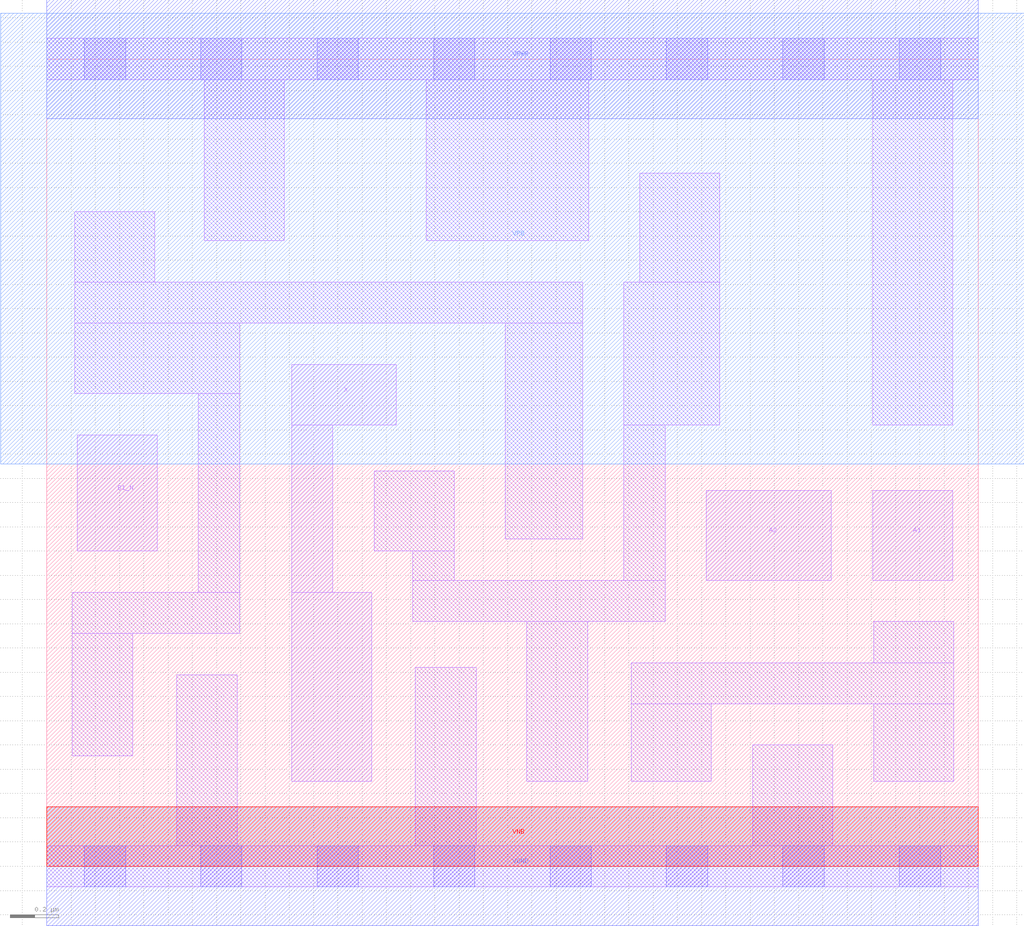
<source format=lef>
# Copyright 2020 The SkyWater PDK Authors
#
# Licensed under the Apache License, Version 2.0 (the "License");
# you may not use this file except in compliance with the License.
# You may obtain a copy of the License at
#
#     https://www.apache.org/licenses/LICENSE-2.0
#
# Unless required by applicable law or agreed to in writing, software
# distributed under the License is distributed on an "AS IS" BASIS,
# WITHOUT WARRANTIES OR CONDITIONS OF ANY KIND, either express or implied.
# See the License for the specific language governing permissions and
# limitations under the License.
#
# SPDX-License-Identifier: Apache-2.0

VERSION 5.7 ;
  NOWIREEXTENSIONATPIN ON ;
  DIVIDERCHAR "/" ;
  BUSBITCHARS "[]" ;
MACRO sky130_fd_sc_ms__o21ba_2
  CLASS CORE ;
  FOREIGN sky130_fd_sc_ms__o21ba_2 ;
  ORIGIN  0.000000  0.000000 ;
  SIZE  3.840000 BY  3.330000 ;
  SYMMETRY X Y ;
  SITE unit ;
  PIN A1
    ANTENNAGATEAREA  0.291000 ;
    DIRECTION INPUT ;
    USE SIGNAL ;
    PORT
      LAYER li1 ;
        RECT 3.405000 1.180000 3.735000 1.550000 ;
    END
  END A1
  PIN A2
    ANTENNAGATEAREA  0.291000 ;
    DIRECTION INPUT ;
    USE SIGNAL ;
    PORT
      LAYER li1 ;
        RECT 2.720000 1.180000 3.235000 1.550000 ;
    END
  END A2
  PIN B1_N
    ANTENNAGATEAREA  0.233700 ;
    DIRECTION INPUT ;
    USE SIGNAL ;
    PORT
      LAYER li1 ;
        RECT 0.125000 1.300000 0.455000 1.780000 ;
    END
  END B1_N
  PIN X
    ANTENNADIFFAREA  0.509600 ;
    DIRECTION OUTPUT ;
    USE SIGNAL ;
    PORT
      LAYER li1 ;
        RECT 1.010000 0.350000 1.340000 1.130000 ;
        RECT 1.010000 1.130000 1.180000 1.820000 ;
        RECT 1.010000 1.820000 1.440000 2.070000 ;
    END
  END X
  PIN VGND
    DIRECTION INOUT ;
    USE GROUND ;
    PORT
      LAYER met1 ;
        RECT 0.000000 -0.245000 3.840000 0.245000 ;
    END
  END VGND
  PIN VNB
    DIRECTION INOUT ;
    USE GROUND ;
    PORT
      LAYER pwell ;
        RECT 0.000000 0.000000 3.840000 0.245000 ;
    END
  END VNB
  PIN VPB
    DIRECTION INOUT ;
    USE POWER ;
    PORT
      LAYER nwell ;
        RECT -0.190000 1.660000 4.030000 3.520000 ;
    END
  END VPB
  PIN VPWR
    DIRECTION INOUT ;
    USE POWER ;
    PORT
      LAYER met1 ;
        RECT 0.000000 3.085000 3.840000 3.575000 ;
    END
  END VPWR
  OBS
    LAYER li1 ;
      RECT 0.000000 -0.085000 3.840000 0.085000 ;
      RECT 0.000000  3.245000 3.840000 3.415000 ;
      RECT 0.105000  0.455000 0.355000 0.960000 ;
      RECT 0.105000  0.960000 0.795000 1.130000 ;
      RECT 0.115000  1.950000 0.795000 2.240000 ;
      RECT 0.115000  2.240000 2.210000 2.410000 ;
      RECT 0.115000  2.410000 0.445000 2.700000 ;
      RECT 0.535000  0.085000 0.785000 0.790000 ;
      RECT 0.625000  1.130000 0.795000 1.950000 ;
      RECT 0.650000  2.580000 0.980000 3.245000 ;
      RECT 1.350000  1.300000 1.680000 1.630000 ;
      RECT 1.510000  1.010000 2.550000 1.180000 ;
      RECT 1.510000  1.180000 1.680000 1.300000 ;
      RECT 1.520000  0.085000 1.770000 0.820000 ;
      RECT 1.565000  2.580000 2.235000 3.245000 ;
      RECT 1.890000  1.350000 2.210000 2.240000 ;
      RECT 1.980000  0.350000 2.230000 1.010000 ;
      RECT 2.380000  1.180000 2.550000 1.820000 ;
      RECT 2.380000  1.820000 2.775000 2.410000 ;
      RECT 2.410000  0.350000 2.740000 0.670000 ;
      RECT 2.410000  0.670000 3.740000 0.840000 ;
      RECT 2.445000  2.410000 2.775000 2.860000 ;
      RECT 2.910000  0.085000 3.240000 0.500000 ;
      RECT 3.405000  1.820000 3.735000 3.245000 ;
      RECT 3.410000  0.350000 3.740000 0.670000 ;
      RECT 3.410000  0.840000 3.740000 1.010000 ;
    LAYER mcon ;
      RECT 0.155000 -0.085000 0.325000 0.085000 ;
      RECT 0.155000  3.245000 0.325000 3.415000 ;
      RECT 0.635000 -0.085000 0.805000 0.085000 ;
      RECT 0.635000  3.245000 0.805000 3.415000 ;
      RECT 1.115000 -0.085000 1.285000 0.085000 ;
      RECT 1.115000  3.245000 1.285000 3.415000 ;
      RECT 1.595000 -0.085000 1.765000 0.085000 ;
      RECT 1.595000  3.245000 1.765000 3.415000 ;
      RECT 2.075000 -0.085000 2.245000 0.085000 ;
      RECT 2.075000  3.245000 2.245000 3.415000 ;
      RECT 2.555000 -0.085000 2.725000 0.085000 ;
      RECT 2.555000  3.245000 2.725000 3.415000 ;
      RECT 3.035000 -0.085000 3.205000 0.085000 ;
      RECT 3.035000  3.245000 3.205000 3.415000 ;
      RECT 3.515000 -0.085000 3.685000 0.085000 ;
      RECT 3.515000  3.245000 3.685000 3.415000 ;
  END
END sky130_fd_sc_ms__o21ba_2
END LIBRARY

</source>
